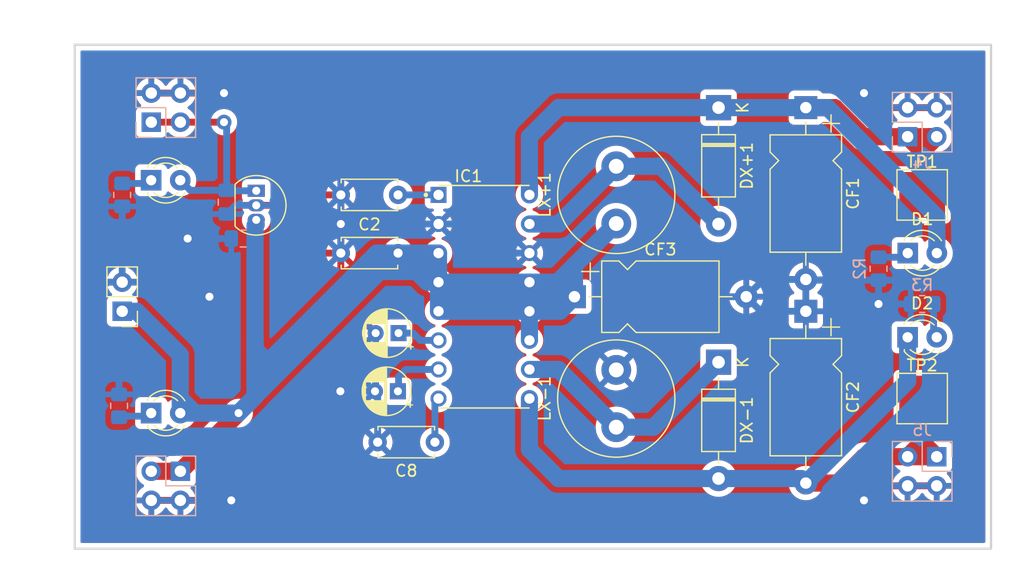
<source format=kicad_pcb>
(kicad_pcb (version 20240108) (generator "pcbnew") (generator_version "8.0")
  (layers (0 "F.Cu" signal) (31 "B.Cu" signal) (34 "B.Paste" user) (35 "F.Paste" user) (36 "B.SilkS" user "B.Silkscreen") (37 "F.SilkS" user "F.Silkscreen") (38 "B.Mask" user) (39 "F.Mask" user) (44 "Edge.Cuts" user))
  (net 0 "")
  (net 1 "Net-(IC1-CC+)")
  (net 2 "GND")
  (net 3 "+5V")
  (net 4 "Net-(IC1-SS)")
  (net 5 "Net-(IC1-VREF)")
  (net 6 "+3V3")
  (net 7 "Net-(IC1-CC-)")
  (net 8 "+12V")
  (net 9 "-12V")
  (net 10 "Net-(D1-K)")
  (net 11 "Net-(D2-A)")
  (net 12 "Net-(D3-K)")
  (net 13 "Net-(D4-K)")
  (net 14 "LX+")
  (net 15 "LX-")
  (footprint "Capacitor_THT:C_Disc_D4.7mm_W2.5mm_P5.00mm" (layer "F.Cu") (at 128.23 52.07 180)
    (property "Reference" "C1" (hide yes))
    (property "Value" "10n" (hide yes))
    (pad "1" thru_hole circle (at 0 0 180) (size 1.6 1.6) (drill 0.8) (layers "*.Cu" "*.Mask") (net 1 "Net-(IC1-CC+)"))
    (pad "2" thru_hole circle (at 5 0 180) (size 1.6 1.6) (drill 0.8) (layers "*.Cu" "*.Mask") (net 2 "GND"))
  )
  (footprint "Capacitor_THT:C_Disc_D4.7mm_W2.5mm_P5.00mm" (layer "F.Cu") (at 123.23 57.15)
    (property "Reference" "C2" (at 2.5 -2.5 0) (layer "F.SilkS"))
    (property "Value" "10n")
    (pad "1" thru_hole circle (at 0 0) (size 1.6 1.6) (drill 0.8) (layers "*.Cu" "*.Mask") (net 2 "GND"))
    (pad "2" thru_hole circle (at 5 0) (size 1.6 1.6) (drill 0.8) (layers "*.Cu" "*.Mask") (net 3 "+5V"))
  )
  (footprint "LED_THT:LED_D3.0mm" (layer "F.Cu") (at 172.73 57.15)
    (property "Reference" "D1" (at 1.27 -2.96 0) (layer "F.SilkS"))
    (property "Value" "LED")
    (pad "1" thru_hole rect (at 0 0) (size 1.8 1.8) (drill 0.9) (layers "*.Cu" "*.Mask") (net 10 "Net-(D1-K)"))
    (pad "2" thru_hole circle (at 2.54 0) (size 1.8 1.8) (drill 0.9) (layers "*.Cu" "*.Mask") (net 8 "+12V"))
  )
  (footprint "Capacitor_THT:CP_Radial_D4.0mm_P2.00mm" (layer "F.Cu") (at 128.27 64.135 180)
    (property "Reference" "C4" (hide yes))
    (property "Value" "10u" (hide yes))
    (pad "1" thru_hole rect (at 0 0 180) (size 1.4 1.4) (drill 0.7) (layers "*.Cu" "*.Mask") (net 5 "Net-(IC1-VREF)"))
    (pad "2" thru_hole circle (at 2 0 180) (size 1.4 1.4) (drill 0.7) (layers "*.Cu" "*.Mask") (net 2 "GND"))
  )
  (footprint "Connector_PinHeader_2.54mm:PinHeader_1x02_P2.54mm_Vertical" (layer "F.Cu") (at 104.14 62.23 180)
    (property "Reference" "J1" (hide yes))
    (property "Value" "Conn_01x02_Pin" (hide yes))
    (pad "1" thru_hole rect (at 0 0 180) (size 1.7 1.7) (drill 1) (layers "*.Cu" "*.Mask") (net 3 "+5V"))
    (pad "2" thru_hole oval (at 0 2.54 180) (size 1.7 1.7) (drill 1) (layers "*.Cu" "*.Mask") (net 2 "GND"))
  )
  (footprint "Capacitor_THT:C_Disc_D4.7mm_W2.5mm_P5.00mm" (layer "F.Cu") (at 131.445 73.66 180)
    (property "Reference" "C8" (at 2.5 -2.5 180) (layer "F.SilkS"))
    (property "Value" "10n" (hide yes))
    (pad "1" thru_hole circle (at 0 0 180) (size 1.6 1.6) (drill 0.8) (layers "*.Cu" "*.Mask") (net 7 "Net-(IC1-CC-)"))
    (pad "2" thru_hole circle (at 5 0 180) (size 1.6 1.6) (drill 0.8) (layers "*.Cu" "*.Mask") (net 2 "GND"))
  )
  (footprint "Diode_THT:D_DO-41_SOD81_P10.16mm_Horizontal" (layer "F.Cu") (at 156.21 66.675 -90)
    (property "Reference" "DX-1" (at 5.08 -2.47 90) (layer "F.SilkS"))
    (property "Value" "1N5817")
    (fp_text user "K" (at 0 -2.1 90) (layer "F.SilkS"))
    (pad "1" thru_hole rect (at 0 0 270) (size 2.2 2.2) (drill 1.1) (layers "*.Cu" "*.Mask") (net 15 "LX-"))
    (pad "2" thru_hole oval (at 10.16 0 270) (size 2.2 2.2) (drill 1.1) (layers "*.Cu" "*.Mask") (net 9 "-12V"))
  )
  (footprint "LED_THT:LED_D3.0mm" (layer "F.Cu") (at 106.67 71.12)
    (property "Reference" "D4" (hide yes))
    (property "Value" "LED" (hide yes))
    (pad "1" thru_hole rect (at 0 0) (size 1.8 1.8) (drill 0.9) (layers "*.Cu" "*.Mask") (net 13 "Net-(D4-K)"))
    (pad "2" thru_hole circle (at 2.54 0) (size 1.8 1.8) (drill 0.9) (layers "*.Cu" "*.Mask") (net 3 "+5V"))
  )
  (footprint "Inductor_THT:L_Radial_D10.0mm_P5.00mm_Fastron_07P" (layer "F.Cu") (at 147.28 72.35 90)
    (property "Reference" "LX-1" (at 2.5 -6.25 -90) (layer "F.SilkS"))
    (property "Value" "100uH")
    (pad "1" thru_hole circle (at 0 0 90) (size 2.6 2.6) (drill 1.3) (layers "*.Cu" "*.Mask") (net 15 "LX-"))
    (pad "2" thru_hole circle (at 5 0 90) (size 2.6 2.6) (drill 1.3) (layers "*.Cu" "*.Mask") (net 2 "GND"))
  )
  (footprint "MAX743CPE:DIP794W47P254L1943H457Q16" (layer "F.Cu") (at 135.73 60.96)
    (property "Reference" "IC1" (at -1.365 -10.527 0) (layer "F.SilkS"))
    (property "Value" "MAX743CPE")
    (pad "1" thru_hole rect (at -3.97 -8.89) (size 1.4 1.4) (drill 0.9) (layers "*.Cu" "*.Mask") (net 1 "Net-(IC1-CC+)"))
    (pad "2" thru_hole circle (at -3.97 -6.35) (size 1.4 1.4) (drill 0.9) (layers "*.Cu" "*.Mask") (net 2 "GND"))
    (pad "3" thru_hole circle (at -3.97 -3.81) (size 1.4 1.4) (drill 0.9) (layers "*.Cu" "*.Mask") (net 3 "+5V"))
    (pad "4" thru_hole circle (at -3.97 -1.27) (size 1.4 1.4) (drill 0.9) (layers "*.Cu" "*.Mask") (net 3 "+5V"))
    (pad "5" thru_hole circle (at -3.97 1.27) (size 1.4 1.4) (drill 0.9) (layers "*.Cu" "*.Mask") (net 3 "+5V"))
    (pad "6" thru_hole circle (at -3.97 3.81) (size 1.4 1.4) (drill 0.9) (layers "*.Cu" "*.Mask") (net 5 "Net-(IC1-VREF)"))
    (pad "7" thru_hole circle (at -3.97 6.35) (size 1.4 1.4) (drill 0.9) (layers "*.Cu" "*.Mask") (net 4 "Net-(IC1-SS)"))
    (pad "8" thru_hole circle (at -3.97 8.89) (size 1.4 1.4) (drill 0.9) (layers "*.Cu" "*.Mask") (net 7 "Net-(IC1-CC-)"))
    (pad "9" thru_hole circle (at 3.97 8.89) (size 1.4 1.4) (drill 0.9) (layers "*.Cu" "*.Mask") (net 9 "-12V"))
    (pad "10" thru_hole circle (at 3.97 6.35) (size 1.4 1.4) (drill 0.9) (layers "*.Cu" "*.Mask") (net 15 "LX-"))
    (pad "11" thru_hole circle (at 3.97 3.81) (size 1.4 1.4) (drill 0.9) (layers "*.Cu" "*.Mask") (net 3 "+5V"))
    (pad "12" thru_hole circle (at 3.97 1.27) (size 1.4 1.4) (drill 0.9) (layers "*.Cu" "*.Mask") (net 3 "+5V"))
    (pad "13" thru_hole circle (at 3.97 -1.27) (size 1.4 1.4) (drill 0.9) (layers "*.Cu" "*.Mask") (net 3 "+5V"))
    (pad "14" thru_hole circle (at 3.97 -3.81) (size 1.4 1.4) (drill 0.9) (layers "*.Cu" "*.Mask") (net 2 "GND"))
    (pad "15" thru_hole circle (at 3.97 -6.35) (size 1.4 1.4) (drill 0.9) (layers "*.Cu" "*.Mask") (net 14 "LX+"))
    (pad "16" thru_hole circle (at 3.97 -8.89) (size 1.4 1.4) (drill 0.9) (layers "*.Cu" "*.Mask") (net 8 "+12V"))
  )
  (footprint "LED_THT:LED_D3.0mm" (layer "F.Cu") (at 172.72 64.5)
    (property "Reference" "D2" (at 1.27 -2.96 0) (layer "F.SilkS"))
    (property "Value" "LED")
    (pad "1" thru_hole rect (at 0 0) (size 1.8 1.8) (drill 0.9) (layers "*.Cu" "*.Mask") (net 9 "-12V"))
    (pad "2" thru_hole circle (at 2.54 0) (size 1.8 1.8) (drill 0.9) (layers "*.Cu" "*.Mask") (net 11 "Net-(D2-A)"))
  )
  (footprint "Capacitor_THT:CP_Radial_D4.0mm_P2.00mm" (layer "F.Cu") (at 128.215199 69.214999 180)
    (property "Reference" "C3" (hide yes))
    (property "Value" "1u" (hide yes))
    (pad "1" thru_hole rect (at 0 0 180) (size 1.4 1.4) (drill 0.7) (layers "*.Cu" "*.Mask") (net 4 "Net-(IC1-SS)"))
    (pad "2" thru_hole circle (at 2 0 180) (size 1.4 1.4) (drill 0.7) (layers "*.Cu" "*.Mask") (net 2 "GND"))
  )
  (footprint "LED_THT:LED_D3.0mm" (layer "F.Cu") (at 106.67 50.79)
    (property "Reference" "D3" (hide yes))
    (property "Value" "LED" (hide yes))
    (pad "1" thru_hole rect (at 0 0) (size 1.8 1.8) (drill 0.9) (layers "*.Cu" "*.Mask") (net 12 "Net-(D3-K)"))
    (pad "2" thru_hole circle (at 2.54 0) (size 1.8 1.8) (drill 0.9) (layers "*.Cu" "*.Mask") (net 6 "+3V3"))
  )
  (footprint "TestPoint:TestPoint_Pad_4.0x4.0mm" (layer "F.Cu") (at 173.99 69.85)
    (property "Reference" "TP2" (at 0 -2.898 0) (layer "F.SilkS"))
    (property "Value" "TestPoint")
    (pad "1" smd rect (at 0 0) (size 4 4) (layers "F.Cu" "F.Mask") (net 9 "-12V"))
  )
  (footprint "Package_TO_SOT_THT:TO-92_Inline" (layer "F.Cu") (at 115.845 51.71 -90)
    (property "Reference" "U2" (hide yes))
    (property "Value" "LE33CZ_TO92" (hide yes))
    (pad "1" thru_hole rect (at 0 0 270) (size 1.05 1.5) (drill 0.7) (layers "*.Cu" "*.Mask") (net 6 "+3V3"))
    (pad "2" thru_hole oval (at 1.27 0 270) (size 1.05 1.5) (drill 0.7) (layers "*.Cu" "*.Mask") (net 2 "GND"))
    (pad "3" thru_hole oval (at 2.54 0 270) (size 1.05 1.5) (drill 0.7) (layers "*.Cu" "*.Mask") (net 3 "+5V"))
  )
  (footprint "Capacitor_THT:CP_Axial_L10.0mm_D6.0mm_P15.00mm_Horizontal" (layer "F.Cu") (at 163.83 62.23 -90)
    (property "Reference" "CF2" (at 7.5 -4.12 90) (layer "F.SilkS"))
    (property "Value" "100u")
    (pad "1" thru_hole rect (at 0 0 270) (size 2 2) (drill 1) (layers "*.Cu" "*.Mask") (net 2 "GND"))
    (pad "2" thru_hole oval (at 15 0 270) (size 2 2) (drill 1) (layers "*.Cu" "*.Mask") (net 9 "-12V"))
  )
  (footprint "TestPoint:TestPoint_Pad_4.0x4.0mm" (layer "F.Cu") (at 173.99 52.07)
    (property "Reference" "TP1" (at 0 -2.898 0) (layer "F.SilkS"))
    (property "Value" "TestPoint")
    (pad "1" smd rect (at 0 0) (size 4 4) (layers "F.Cu" "F.Mask") (net 8 "+12V"))
  )
  (footprint "Inductor_THT:L_Radial_D10.0mm_P5.00mm_Fastron_07P" (layer "F.Cu") (at 147.28 54.57 90)
    (property "Reference" "LX+1" (at 2.5 -6.25 -90) (layer "F.SilkS"))
    (property "Value" "100uH")
    (pad "1" thru_hole circle (at 0 0 90) (size 2.6 2.6) (drill 1.3) (layers "*.Cu" "*.Mask") (net 3 "+5V"))
    (pad "2" thru_hole circle (at 5 0 90) (size 2.6 2.6) (drill 1.3) (layers "*.Cu" "*.Mask") (net 14 "LX+"))
  )
  (footprint "Diode_THT:D_DO-41_SOD81_P10.16mm_Horizontal" (layer "F.Cu") (at 156.21 44.45 -90)
    (property "Reference" "DX+1" (at 5.08 -2.47 90) (layer "F.SilkS"))
    (property "Value" "1N5817")
    (fp_text user "K" (at 0 -2.1 90) (layer "F.SilkS"))
    (pad "1" thru_hole rect (at 0 0 270) (size 2.2 2.2) (drill 1.1) (layers "*.Cu" "*.Mask") (net 8 "+12V"))
    (pad "2" thru_hole oval (at 10.16 0 270) (size 2.2 2.2) (drill 1.1) (layers "*.Cu" "*.Mask") (net 14 "LX+"))
  )
  (footprint "Capacitor_THT:CP_Axial_L10.0mm_D6.0mm_P15.00mm_Horizontal" (layer "F.Cu") (at 163.83 44.45 -90)
    (property "Reference" "CF1" (at 7.5 -4.12 90) (layer "F.SilkS"))
    (property "Value" "100u")
    (pad "1" thru_hole rect (at 0 0 270) (size 2 2) (drill 1) (layers "*.Cu" "*.Mask") (net 8 "+12V"))
    (pad "2" thru_hole oval (at 15 0 270) (size 2 2) (drill 1) (layers "*.Cu" "*.Mask") (net 2 "GND"))
  )
  (footprint "Capacitor_THT:CP_Axial_L10.0mm_D6.0mm_P15.00mm_Horizontal" (layer "F.Cu") (at 143.63 60.96)
    (property "Reference" "CF3" (at 7.5 -4.12 0) (layer "F.SilkS"))
    (property "Value" "100u")
    (pad "1" thru_hole rect (at 0 0) (size 2 2) (drill 1) (layers "*.Cu" "*.Mask") (net 3 "+5V"))
    (pad "2" thru_hole oval (at 15 0) (size 2 2) (drill 1) (layers "*.Cu" "*.Mask") (net 2 "GND"))
  )
  (footprint "Capacitor_SMD:C_0805_2012Metric_Pad1.18x1.45mm_HandSolder" (layer "B.Cu") (at 114.7025 55.88 180)
    (property "Reference" "C6" (hide yes))
    (property "Value" "100n" (hide yes))
    (pad "1" smd roundrect (at -1.0375 0 180) (size 1.175 1.45) (layers "B.Cu" "B.Paste" "B.Mask") (roundrect_rratio 0.2127659574) (net 3 "+5V"))
    (pad "2" smd roundrect (at 1.0375 0 180) (size 1.175 1.45) (layers "B.Cu" "B.Paste" "B.Mask") (roundrect_rratio 0.2127659574) (net 2 "GND"))
  )
  (footprint "Resistor_SMD:R_0805_2012Metric_Pad1.20x1.40mm_HandSolder" (layer "B.Cu") (at 104.14 52.07 -90)
    (property "Reference" "R4" (hide yes))
    (property "Value" "150R" (hide yes))
    (pad "1" smd roundrect (at -1 0 270) (size 1.2 1.4) (layers "B.Cu" "B.Paste" "B.Mask") (roundrect_rratio 0.2083333333) (net 12 "Net-(D3-K)"))
    (pad "2" smd roundrect (at 1 0 270) (size 1.2 1.4) (layers "B.Cu" "B.Paste" "B.Mask") (roundrect_rratio 0.2083333333) (net 2 "GND"))
  )
  (footprint "Resistor_SMD:R_0805_2012Metric_Pad1.20x1.40mm_HandSolder" (layer "B.Cu") (at 170.18 58.515 -90)
    (property "Reference" "R2" (at 0 1.65 90) (layer "B.SilkS") (effects (justify mirror)))
    (property "Value" "1k")
    (pad "1" smd roundrect (at -1 0 270) (size 1.2 1.4) (layers "B.Cu" "B.Paste" "B.Mask") (roundrect_rratio 0.2083333333) (net 10 "Net-(D1-K)"))
    (pad "2" smd roundrect (at 1 0 270) (size 1.2 1.4) (layers "B.Cu" "B.Paste" "B.Mask") (roundrect_rratio 0.2083333333) (net 2 "GND"))
  )
  (footprint "Connector_PinHeader_2.54mm:PinHeader_2x02_P2.54mm_Vertical" (layer "B.Cu") (at 106.68 45.72)
    (property "Reference" "J2" (hide yes))
    (property "Value" "3V3Connector")
    (pad "1" thru_hole rect (at 0 0) (size 1.7 1.7) (drill 1) (layers "*.Cu" "*.Mask") (net 6 "+3V3"))
    (pad "2" thru_hole oval (at 2.54 0) (size 1.7 1.7) (drill 1) (layers "*.Cu" "*.Mask") (net 6 "+3V3"))
    (pad "3" thru_hole oval (at 0 -2.54) (size 1.7 1.7) (drill 1) (layers "*.Cu" "*.Mask") (net 2 "GND"))
    (pad "4" thru_hole oval (at 2.54 -2.54) (size 1.7 1.7) (drill 1) (layers "*.Cu" "*.Mask") (net 2 "GND"))
  )
  (footprint "Connector_PinHeader_2.54mm:PinHeader_2x02_P2.54mm_Vertical" (layer "B.Cu") (at 172.72 46.99)
    (property "Reference" "J4" (at 1.27 2.33 0) (layer "B.SilkS") (effects (justify mirror)))
    (property "Value" "+12VConnector")
    (pad "1" thru_hole rect (at 0 0) (size 1.7 1.7) (drill 1) (layers "*.Cu" "*.Mask") (net 8 "+12V"))
    (pad "2" thru_hole oval (at 2.54 0) (size 1.7 1.7) (drill 1) (layers "*.Cu" "*.Mask") (net 8 "+12V"))
    (pad "3" thru_hole oval (at 0 -2.54) (size 1.7 1.7) (drill 1) (layers "*.Cu" "*.Mask") (net 2 "GND"))
    (pad "4" thru_hole oval (at 2.54 -2.54) (size 1.7 1.7) (drill 1) (layers "*.Cu" "*.Mask") (net 2 "GND"))
  )
  (footprint "Capacitor_SMD:C_0805_2012Metric_Pad1.18x1.45mm_HandSolder" (layer "B.Cu") (at 113.2625 52.705 -90)
    (property "Reference" "C7" (hide yes))
    (property "Value" "2u2")
    (pad "1" smd roundrect (at -1.0375 0 270) (size 1.175 1.45) (layers "B.Cu" "B.Paste" "B.Mask") (roundrect_rratio 0.2127659574) (net 6 "+3V3"))
    (pad "2" smd roundrect (at 1.0375 0 270) (size 1.175 1.45) (layers "B.Cu" "B.Paste" "B.Mask") (roundrect_rratio 0.2127659574) (net 2 "GND"))
  )
  (footprint "Resistor_SMD:R_0805_2012Metric_Pad1.20x1.40mm_HandSolder" (layer "B.Cu") (at 103.87 70.485 90)
    (property "Reference" "R1" (hide yes))
    (property "Value" "330R" (hide yes))
    (pad "1" smd roundrect (at -1 0 90) (size 1.2 1.4) (layers "B.Cu" "B.Paste" "B.Mask") (roundrect_rratio 0.2083333333) (net 13 "Net-(D4-K)"))
    (pad "2" smd roundrect (at 1 0 90) (size 1.2 1.4) (layers "B.Cu" "B.Paste" "B.Mask") (roundrect_rratio 0.2083333333) (net 2 "GND"))
  )
  (footprint "Resistor_SMD:R_0805_2012Metric_Pad1.20x1.40mm_HandSolder" (layer "B.Cu") (at 173.99 61.595 180)
    (property "Reference" "R3" (at 0 1.65 180) (layer "B.SilkS") (effects (justify mirror)))
    (property "Value" "1k")
    (pad "1" smd roundrect (at -1 0 180) (size 1.2 1.4) (layers "B.Cu" "B.Paste" "B.Mask") (roundrect_rratio 0.2083333333) (net 11 "Net-(D2-A)"))
    (pad "2" smd roundrect (at 1 0 180) (size 1.2 1.4) (layers "B.Cu" "B.Paste" "B.Mask") (roundrect_rratio 0.2083333333) (net 2 "GND"))
  )
  (footprint "Connector_PinHeader_2.54mm:PinHeader_2x02_P2.54mm_Vertical" (layer "B.Cu") (at 175.26 74.93 180)
    (property "Reference" "J5" (at 1.27 2.33 180) (layer "B.SilkS") (effects (justify mirror)))
    (property "Value" "-12VConnector")
    (pad "1" thru_hole rect (at 0 0 180) (size 1.7 1.7) (drill 1) (layers "*.Cu" "*.Mask") (net 9 "-12V"))
    (pad "2" thru_hole oval (at 2.54 0 180) (size 1.7 1.7) (drill 1) (layers "*.Cu" "*.Mask") (net 9 "-12V"))
    (pad "3" thru_hole oval (at 0 -2.54 180) (size 1.7 1.7) (drill 1) (layers "*.Cu" "*.Mask") (net 2 "GND"))
    (pad "4" thru_hole oval (at 2.54 -2.54 180) (size 1.7 1.7) (drill 1) (layers "*.Cu" "*.Mask") (net 2 "GND"))
  )
  (footprint "Connector_PinHeader_2.54mm:PinHeader_2x02_P2.54mm_Vertical" (layer "B.Cu") (at 109.22 76.2 180)
    (property "Reference" "J3" (hide yes))
    (property "Value" "5VConnector")
    (pad "1" thru_hole rect (at 0 0 180) (size 1.7 1.7) (drill 1) (layers "*.Cu" "*.Mask") (net 3 "+5V"))
    (pad "2" thru_hole oval (at 2.54 0 180) (size 1.7 1.7) (drill 1) (layers "*.Cu" "*.Mask") (net 3 "+5V"))
    (pad "3" thru_hole oval (at 0 -2.54 180) (size 1.7 1.7) (drill 1) (layers "*.Cu" "*.Mask") (net 2 "GND"))
    (pad "4" thru_hole oval (at 2.54 -2.54 180) (size 1.7 1.7) (drill 1) (layers "*.Cu" "*.Mask") (net 2 "GND"))
  )
  (gr_rect (start 100 38.96) (end 180 82.96) (stroke (width 0.2)) (fill none) (layer "Edge.Cuts"))
  (segment (start 128.23 52.07) (end 131.76 52.07) (width 0.6) (layer "B.Cu") (net 1))
  (segment (start 172.72 44.45) (end 170.18 44.45) (width 0.6) (layer "F.Cu") (net 2))
  (segment (start 106.68 78.74) (end 109.22 78.74) (width 0.6) (layer "F.Cu") (net 2))
  (segment (start 115.845 52.98) (end 120.375 52.98) (width 0.6) (layer "F.Cu") (net 2))
  (segment (start 123.23 57.15) (end 115.57 57.15) (width 0.6) (layer "F.Cu") (net 2))
  (segment (start 170.18 44.45) (end 168.91 43.18) (width 0.6) (layer "F.Cu") (net 2))
  (segment (start 109.22 43.18) (end 113.03 43.18) (width 0.6) (layer "F.Cu") (net 2))
  (segment (start 109.22 78.74) (end 113.665 78.74) (width 0.6) (layer "F.Cu") (net 2))
  (segment (start 123.23 61.095) (end 126.27 64.135) (width 0.6) (layer "F.Cu") (net 2))
  (segment (start 123.23 57.15) (end 123.23 61.095) (width 0.6) (layer "F.Cu") (net 2))
  (segment (start 121.285 52.07) (end 123.23 52.07) (width 0.6) (layer "F.Cu") (net 2))
  (segment (start 120.375 52.98) (end 121.285 52.07) (width 0.6) (layer "F.Cu") (net 2))
  (segment (start 170.18 77.47) (end 168.91 78.74) (width 0.6) (layer "F.Cu") (net 2))
  (segment (start 172.72 77.47) (end 170.18 77.47) (width 0.6) (layer "F.Cu") (net 2))
  (segment (start 123.23 54.61) (end 123.23 52.07) (width 0.6) (layer "F.Cu") (net 2))
  (segment (start 126.27 69.160198) (end 126.215199 69.214999) (width 0.6) (layer "F.Cu") (net 2))
  (segment (start 115.57 57.15) (end 111.76 60.96) (width 0.6) (layer "F.Cu") (net 2))
  (segment (start 175.26 44.45) (end 172.72 44.45) (width 0.6) (layer "F.Cu") (net 2))
  (segment (start 123.23 57.15) (end 123.23 54.61) (width 0.6) (layer "F.Cu") (net 2))
  (segment (start 175.26 77.47) (end 172.72 77.47) (width 0.6) (layer "F.Cu") (net 2))
  (segment (start 106.68 43.18) (end 109.22 43.18) (width 0.6) (layer "F.Cu") (net 2))
  (via (at 168.91 78.74) (size 1.3) (drill 0.7) (layers "F.Cu" "B.Cu") (net 2))
  (via (at 123.23 54.61) (size 1.3) (drill 0.7) (layers "F.Cu" "B.Cu") (net 2))
  (via (at 109.855 55.88) (size 1.3) (drill 0.7) (layers "F.Cu" "B.Cu") (net 2))
  (via (at 123.19 69.215) (size 1.3) (drill 0.7) (layers "F.Cu" "B.Cu") (net 2))
  (via (at 170.18 61.595) (size 1.3) (drill 0.7) (layers "F.Cu" "B.Cu") (net 2))
  (via (at 113.03 43.18) (size 1.3) (drill 0.7) (layers "F.Cu" "B.Cu") (net 2))
  (via (at 168.91 43.18) (size 1.3) (drill 0.7) (layers "F.Cu" "B.Cu") (net 2))
  (via (at 113.665 78.74) (size 1.3) (drill 0.7) (layers "F.Cu" "B.Cu") (net 2))
  (via (at 111.76 60.96) (size 1.3) (drill 0.7) (layers "F.Cu" "B.Cu") (net 2))
  (segment (start 167.64 80.01) (end 114.935 80.01) (width 0.6) (layer "B.Cu") (net 2))
  (segment (start 178.435 60.96) (end 178.435 79.375) (width 0.6) (layer "B.Cu") (net 2))
  (segment (start 170.18 59.515) (end 176.99 59.515) (width 0.6) (layer "B.Cu") (net 2))
  (segment (start 109.855 55.88) (end 113.665 55.88) (width 0.6) (layer "B.Cu") (net 2))
  (segment (start 101.6 60.96) (end 101.6 65.405) (width 0.6) (layer "B.Cu") (net 2))
  (segment (start 137.16 57.15) (end 134.62 54.61) (width 0.6) (layer "B.Cu") (net 2))
  (segment (start 113.2625 53.7425) (end 114.025 52.98) (width 0.6) (layer "B.Cu") (net 2))
  (segment (start 121.285 41.91) (end 120.015 43.18) (width 0.6) (layer "B.Cu") (net 2))
  (segment (start 178.435 79.375) (end 177.165 80.645) (width 0.6) (layer "B.Cu") (net 2))
  (segment (start 126.445 73.66) (end 126.445 69.4448) (width 0.6) (layer "B.Cu") (net 2))
  (segment (start 159.9 62.23) (end 158.63 60.96) (width 0.6) (layer "B.Cu") (net 2))
  (segment (start 147.28 67.35) (end 153.67 60.96) (width 0.6) (layer "B.Cu") (net 2))
  (segment (start 158.63 60.96) (end 160.14 59.45) (width 0.6) (layer "B.Cu") (net 2))
  (segment (start 168.91 43.18) (end 167.64 41.91) (width 0.6) (layer "B.Cu") (net 2))
  (segment (start 163.895 59.515) (end 163.83 59.45) (width 0.6) (layer "B.Cu") (net 2))
  (segment (start 172.99 61.595) (end 170.18 61.595) (width 0.6) (layer "B.Cu") (net 2))
  (segment (start 114.025 52.98) (end 115.845 52.98) (width 0.6) (layer "B.Cu") (net 2))
  (segment (start 123.23 46.395) (end 123.23 52.07) (width 0.6) (layer "B.Cu") (net 2))
  (segment (start 121.92 70.485) (end 123.19 69.215) (width 0.6) (layer "B.Cu") (net 2))
  (segment (start 176.99 59.515) (end 178.435 60.96) (width 0.6) (layer "B.Cu") (net 2))
  (segment (start 120.015 43.18) (end 123.23 46.395) (width 0.6) (layer "B.Cu") (net 2))
  (segment (start 106.68 59.69) (end 106.68 59.055) (width 0.6) (layer "B.Cu") (net 2))
  (segment (start 118.11 74.295) (end 120.3325 72.0725) (width 0.6) (layer "B.Cu") (net 2))
  (segment (start 177.165 80.645) (end 170.815 80.645) (width 0.6) (layer "B.Cu") (net 2))
  (segment (start 167.64 41.91) (end 121.285 41.91) (width 0.6) (layer "B.Cu") (net 2))
  (segment (start 139.7 57.15) (end 137.16 57.15) (width 0.6) (layer "B.Cu") (net 2))
  (segment (start 163.83 62.23) (end 159.9 62.23) (width 0.6) (layer "B.Cu") (net 2))
  (segment (start 123.23 52.07) (end 123.23 57.15) (width 0.6) (layer "B.Cu") (net 2))
  (segment (start 113.03 43.18) (end 120.015 43.18) (width 0.6) (layer "B.Cu") (net 2))
  (segment (start 170.18 61.595) (end 170.18 59.515) (width 0.6) (layer "B.Cu") (net 2))
  (segment (start 168.91 78.74) (end 167.64 80.01) (width 0.6) (layer "B.Cu") (net 2))
  (segment (start 163.83 59.45) (end 163.83 62.23) (width 0.6) (layer "B.Cu") (net 2))
  (segment (start 101.6 65.405) (end 103.87 67.675) (width 0.6) (layer "B.Cu") (net 2))
  (segment (start 134.62 54.61) (end 131.76 54.61) (width 0.6) (layer "B.Cu") (net 2))
  (segment (start 123.23 54.61) (end 131.76 54.61) (width 0.6) (layer "B.Cu") (net 2))
  (segment (start 103.87 67.675) (end 103.87 69.485) (width 0.6) (layer "B.Cu") (net 2))
  (segment (start 104.14 56.515) (end 104.14 53.07) (width 0.6) (layer "B.Cu") (net 2))
  (segment (start 160.14 59.45) (end 163.83 59.45) (width 0.6) (layer "B.Cu") (net 2))
  (segment (start 126.27 64.135) (end 126.27 69.160198) (width 0.6) (layer "B.Cu") (net 2))
  (segment (start 126.215199 69.214999) (end 123.19 69.215) (width 0.6) (layer "B.Cu") (net 2))
  (segment (start 120.3325 72.0725) (end 121.92 70.485) (width 0.6) (layer "B.Cu") (net 2))
  (segment (start 106.68 60.96) (end 111.76 60.96) (width 0.6) (layer "B.Cu") (net 2))
  (segment (start 104.14 59.69) (end 104.14 56.515) (width 0.6) (layer "B.Cu") (net 2))
  (segment (start 153.67 60.96) (end 158.63 60.96) (width 0.6) (layer "B.Cu") (net 2))
  (segment (start 113.665 78.74) (end 118.11 74.295) (width 0.6) (layer "B.Cu") (net 2))
  (segment (start 114.935 80.01) (end 113.665 78.74) (width 0.6) (layer "B.Cu") (net 2))
  (segment (start 104.14 59.69) (end 106.68 59.69) (width 0.6) (layer "B.Cu") (net 2))
  (segment (start 170.18 59.515) (end 163.895 59.515) (width 0.6) (layer "B.Cu") (net 2))
  (segment (start 126.27 69.160198) (end 126.215199 69.214999) (width 0.6) (layer "B.Cu") (net 2))
  (segment (start 126.445 69.4448) (end 126.215199 69.214999) (width 0.6) (layer "B.Cu") (net 2))
  (segment (start 170.815 80.645) (end 168.91 78.74) (width 0.6) (layer "B.Cu") (net 2))
  (segment (start 106.68 60.96) (end 106.68 59.69) (width 0.6) (layer "B.Cu") (net 2))
  (segment (start 102.87 59.69) (end 101.6 60.96) (width 0.6) (layer "B.Cu") (net 2))
  (segment (start 104.14 59.69) (end 102.87 59.69) (width 0.6) (layer "B.Cu") (net 2))
  (segment (start 106.68 59.055) (end 109.855 55.88) (width 0.6) (layer "B.Cu") (net 2))
  (segment (start 106.68 76.2) (end 109.22 76.2) (width 1.5) (layer "F.Cu") (net 3))
  (segment (start 109.22 76.2) (end 114.3 71.12) (width 1.5) (layer "F.Cu") (net 3))
  (via (at 114.3 71.12) (size 1.3) (drill 0.7) (layers "F.Cu" "B.Cu") (net 3))
  (segment (start 139.7 62.23) (end 139.7 60.96) (width 1.5) (layer "B.Cu") (net 3))
  (segment (start 131.76 59.69) (end 130.4925 58.4225) (width 1.5) (layer "B.Cu") (net 3))
  (segment (start 131.76 59.69) (end 130.77 59.69) (width 1.5) (layer "B.Cu") (net 3))
  (segment (start 109.21 66.03) (end 105.41 62.23) (width 1.5) (layer "B.Cu") (net 3))
  (segment (start 131.76 62.23) (end 139.7 62.23) (width 1.5) (layer "B.Cu") (net 3))
  (segment (start 139.7 62.23) (end 142.36 62.23) (width 1.5) (layer "B.Cu") (net 3))
  (segment (start 131.76 60.96) (end 139.7 60.96) (width 1.5) (layer "B.Cu") (net 3))
  (segment (start 115.74 55.88) (end 115.74 54.76) (width 1.5) (layer "B.Cu") (net 3))
  (segment (start 114.3 71.12) (end 110.49 71.12) (width 1.5) (layer "B.Cu") (net 3))
  (segment (start 110.49 71.12) (end 109.21 71.12) (width 1.5) (layer "B.Cu") (net 3))
  (segment (start 105.41 62.23) (end 104.14 62.23) (width 1.5) (layer "B.Cu") (net 3))
  (segment (start 129.8375 58.7575) (end 128.23 57.15) (width 1.5) (layer "B.Cu") (net 3))
  (segment (start 131.445 57.15) (end 130.4925 58.1025) (width 1.5) (layer "B.Cu") (net 3))
  (segment (start 115.74 69.64) (end 117.1375 68.2425) (width 1.5) (layer "B.Cu") (net 3))
  (segment (start 143.63 58.22) (end 147.28 54.57) (width 1.5) (layer "B.Cu") (net 3))
  (segment (start 116.84 66.675) (end 118.705 66.675) (width 1.5) (layer "B.Cu") (net 3))
  (segment (start 115.74 69.68) (end 114.3 71.12) (width 1.5) (layer "B.Cu") (net 3))
  (segment (start 109.21 69.85) (end 109.22 69.85) (width 1.5) (layer "B.Cu") (net 3))
  (segment (start 126.7025 58.7575) (end 129.8375 58.7575) (width 1.5) (layer "B.Cu") (net 3))
  (segment (start 131.76 59.69) (end 131.76 60.96) (width 1.5) (layer "B.Cu") (net 3))
  (segment (start 109.22 69.85) (end 110.49 71.12) (width 1.5) (layer "B.Cu") (net 3))
  (segment (start 139.7 62.23) (end 139.7 64.77) (width 1.5) (layer "B.Cu") (net 3))
  (segment (start 139.7 59.69) (end 142.16 59.69) (width 1.5) (layer "B.Cu") (net 3))
  (segment (start 109.21 69.85) (end 109.21 66.03) (width 1.5) (layer "B.Cu") (net 3))
  (segment (start 116.205 67.31) (end 117.1375 68.2425) (width 1.5) (layer "B.Cu") (net 3))
  (segment (start 139.7 60.96) (end 143.63 60.96) (width 1.5) (layer "B.Cu") (net 3))
  (segment (start 115.74 55.88) (end 115.74 64.77) (width 1.5) (layer "B.Cu") (net 3))
  (segment (start 131.445 57.15) (end 131.76 57.15) (width 1.5) (layer "B.Cu") (net 3))
  (segment (start 117.1375 68.2425) (end 118.725 66.655) (width 1.5) (layer "B.Cu") (net 3))
  (segment (start 118.725 66.655) (end 126.6625 58.7175) (width 1.5) (layer "B.Cu") (net 3))
  (segment (start 126.365 57.15) (end 128.23 57.15) (width 1.5) (layer "B.Cu") (net 3))
  (segment (start 115.74 64.77) (end 115.74 66.675) (width 1.5) (layer "B.Cu") (net 3))
  (segment (start 130.4925 58.1025) (end 129.8375 58.7575) (width 1.5) (layer "B.Cu") (net 3))
  (segment (start 131.76 57.15) (end 131.76 59.69) (width 1.5) (layer "B.Cu") (net 3))
  (segment (start 130.4925 58.4225) (end 130.4925 58.1025) (width 1.5) (layer "B.Cu") (net 3))
  (segment (start 139.7 59.69) (end 131.76 59.69) (width 1.5) (layer "B.Cu") (net 3))
  (segment (start 116.205 66.675) (end 116.84 66.675) (width 1.5) (layer "B.Cu") (net 3))
  (segment (start 115.74 54.76) (end 115.845 54.655) (width 1.5) (layer "B.Cu") (net 3))
  (segment (start 115.74 65.575) (end 116.84 66.675) (width 1.5) (layer "B.Cu") (net 3))
  (segment (start 115.74 69.68) (end 115.74 69.64) (width 1.5) (layer "B.Cu") (net 3))
  (segment (start 109.21 71.12) (end 109.21 69.85) (width 1.5) (layer "B.Cu") (net 3))
  (segment (start 131.76 60.96) (end 131.76 62.23) (width 1.5) (layer "B.Cu") (net 3))
  (segment (start 126.6625 58.7175) (end 128.23 57.15) (width 1.5) (layer "B.Cu") (net 3))
  (segment (start 126.6625 58.7175) (end 126.7025 58.7575) (width 1.5) (layer "B.Cu") (net 3))
  (segment (start 116.84 66.675) (end 126.365 57.15) (width 1.5) (layer "B.Cu") (net 3))
  (segment (start 128.23 57.15) (end 131.445 57.15) (width 1.5) (layer "B.Cu") (net 3))
  (segment (start 118.705 66.675) (end 118.725 66.655) (width 1.5) (layer "B.Cu") (net 3))
  (segment (start 139.7 60.96) (end 139.7 59.69) (width 1.5) (layer "B.Cu") (net 3))
  (segment (start 142.16 59.69) (end 143.63 58.22) (width 1.5) (layer "B.Cu") (net 3))
  (segment (start 130.77 59.69) (end 129.8375 58.7575) (width 1.5) (layer "B.Cu") (net 3))
  (segment (start 142.36 62.23) (end 143.63 60.96) (width 1.5) (layer "B.Cu") (net 3))
  (segment (start 116.205 66.675) (end 116.205 67.31) (width 1.5) (layer "B.Cu") (net 3))
  (segment (start 143.63 60.96) (end 143.63 58.22) (width 1.5) (layer "B.Cu") (net 3))
  (segment (start 115.74 66.675) (end 116.205 66.675) (width 1.5) (layer "B.Cu") (net 3))
  (segment (start 115.74 64.77) (end 115.74 65.575) (width 1.5) (layer "B.Cu") (net 3))
  (segment (start 115.74 66.675) (end 115.74 69.68) (width 1.5) (layer "B.Cu") (net 3))
  (segment (start 128.905 67.31) (end 131.76 67.31) (width 0.6) (layer "B.Cu") (net 4))
  (segment (start 128.27 69.160198) (end 128.27 67.945) (width 0.6) (layer "B.Cu") (net 4))
  (segment (start 128.27 67.945) (end 128.905 67.31) (width 0.6) (layer "B.Cu") (net 4))
  (segment (start 130.175 64.77) (end 131.76 64.77) (width 0.6) (layer "B.Cu") (net 5))
  (segment (start 129.54 64.135) (end 130.175 64.77) (width 0.6) (layer "B.Cu") (net 5))
  (segment (start 128.27 64.135) (end 129.54 64.135) (width 0.6) (layer "B.Cu") (net 5))
  (segment (start 109.22 45.72) (end 113.03 45.72) (width 0.6) (layer "F.Cu") (net 6))
  (segment (start 106.68 45.72) (end 109.22 45.72) (width 0.6) (layer "F.Cu") (net 6))
  (via (at 113.03 45.72) (size 1.3) (drill 0.7) (layers "F.Cu" "B.Cu") (net 6))
  (segment (start 115.845 51.71) (end 113.305 51.71) (width 0.6) (layer "B.Cu") (net 6))
  (segment (start 113.2625 51.6675) (end 110.0875 51.6675) (width 0.6) (layer "B.Cu") (net 6))
  (segment (start 113.03 45.72) (end 113.2625 45.9525) (width 0.6) (layer "B.Cu") (net 6))
  (segment (start 113.2625 45.9525) (end 113.2625 51.6675) (width 0.6) (layer "B.Cu") (net 6))
  (segment (start 110.0875 51.6675) (end 109.21 50.79) (width 0.6) (layer "B.Cu") (net 6))
  (segment (start 113.305 51.71) (end 113.2625 51.6675) (width 0.6) (layer "B.Cu") (net 6))
  (segment (start 131.445 70.165) (end 131.76 69.85) (width 0.6) (layer "B.Cu") (net 7))
  (segment (start 131.445 73.66) (end 131.445 70.165) (width 0.6) (layer "B.Cu") (net 7))
  (segment (start 163.83 44.45) (end 166.37 44.45) (width 1.5) (layer "F.Cu") (net 8))
  (segment (start 173.99 47.625) (end 173.99 46.99) (width 1.5) (layer "F.Cu") (net 8))
  (segment (start 172.72 46.99) (end 173.99 48.26) (width 1.5) (layer "F.Cu") (net 8))
  (segment (start 174.625 46.99) (end 173.99 47.625) (width 1.5) (layer "F.Cu") (net 8))
  (segment (start 175.26 46.99) (end 173.99 46.99) (width 1.5) (layer "F.Cu") (net 8))
  (segment (start 173.99 46.99) (end 172.72 46.99) (width 1.5) (layer "F.Cu") (net 8))
  (segment (start 173.99 48.26) (end 173.99 47.625) (width 1.5) (layer "F.Cu") (net 8))
  (segment (start 173.99 52.07) (end 173.99 48.26) (width 1.5) (layer "F.Cu") (net 8))
  (segment (start 175.26 46.99) (end 173.99 48.26) (width 1.5) (layer "F.Cu") (net 8))
  (segment (start 175.26 46.99) (end 174.625 46.99) (width 1.5) (layer "F.Cu") (net 8))
  (segment (start 166.37 44.45) (end 168.91 46.99) (width 1.5) (layer "F.Cu") (net 8))
  (segment (start 168.91 46.99) (end 172.72 46.99) (width 1.5) (layer "F.Cu") (net 8))
  (segment (start 165.735 44.45) (end 175.26 53.975) (width 1.5) (layer "B.Cu") (net 8))
  (segment (start 156.21 44.45) (end 163.83 44.45) (width 1.5) (layer "B.Cu") (net 8))
  (segment (start 175.27 55.255) (end 175.27 57.15) (width 1.5) (layer "B.Cu") (net 8))
  (segment (start 156.21 44.45) (end 142.24 44.45) (width 1.5) (layer "B.Cu") (net 8))
  (segment (start 175.26 53.975) (end 175.26 55.245) (width 1.5) (layer "B.Cu") (net 8))
  (segment (start 139.7 46.99) (end 139.7 52.07) (width 1.5) (layer "B.Cu") (net 8))
  (segment (start 163.83 44.45) (end 165.735 44.45) (width 1.5) (layer "B.Cu") (net 8))
  (segment (start 175.26 55.245) (end 175.27 55.255) (width 1.5) (layer "B.Cu") (net 8))
  (segment (start 142.24 44.45) (end 139.7 46.99) (width 1.5) (layer "B.Cu") (net 8))
  (segment (start 173.99 69.85) (end 173.99 73.66) (width 1.5) (layer "F.Cu") (net 9))
  (segment (start 175.26 74.93) (end 173.99 73.66) (width 1.5) (layer "F.Cu") (net 9))
  (segment (start 175.26 74.93) (end 173.99 74.93) (width 1.5) (layer "F.Cu") (net 9))
  (segment (start 173.99 73.66) (end 173.99 74.93) (width 1.5) (layer "F.Cu") (net 9))
  (segment (start 163.83 77.23) (end 166.61 77.23) (width 1.5) (layer "F.Cu") (net 9))
  (segment (start 173.99 74.93) (end 172.72 74.93) (width 1.5) (layer "F.Cu") (net 9))
  (segment (start 168.91 74.93) (end 172.72 74.93) (width 1.5) (layer "F.Cu") (net 9))
  (segment (start 166.61 77.23) (end 168.91 74.93) (width 1.5) (layer "F.Cu") (net 9))
  (segment (start 172.72 74.93) (end 173.99 73.66) (width 1.5) (layer "F.Cu") (net 9))
  (segment (start 163.83 77.23) (end 172.72 68.34) (width 1.5) (layer "B.Cu") (net 9))
  (segment (start 156.21 76.835) (end 163.435 76.835) (width 1.5) (layer "B.Cu") (net 9))
  (segment (start 172.72 68.34) (end 172.72 64.5) (width 1.5) (layer "B.Cu") (net 9))
  (segment (start 163.435 76.835) (end 163.83 77.23) (width 1.5) (layer "B.Cu") (net 9))
  (segment (start 156.21 76.835) (end 142.24 76.835) (width 1.5) (layer "B.Cu") (net 9))
  (segment (start 139.7 74.295) (end 139.7 69.85) (width 1.5) (layer "B.Cu") (net 9))
  (segment (start 142.24 76.835) (end 139.7 74.295) (width 1.5) (layer "B.Cu") (net 9))
  (segment (start 172.365 57.515) (end 172.73 57.15) (width 0.6) (layer "B.Cu") (net 10))
  (segment (start 170.18 57.515) (end 172.365 57.515) (width 0.6) (layer "B.Cu") (net 10))
  (segment (start 174.99 61.595) (end 174.99 64.23) (width 0.6) (layer "B.Cu") (net 11))
  (segment (start 174.99 64.23) (end 175.26 64.5) (width 0.6) (layer "B.Cu") (net 11))
  (segment (start 106.39 51.07) (end 106.67 50.79) (width 0.6) (layer "B.Cu") (net 12))
  (segment (start 104.14 51.07) (end 106.39 51.07) (width 0.6) (layer "B.Cu") (net 12))
  (segment (start 106.4 71.39) (end 106.67 71.12) (width 0.6) (layer "B.Cu") (net 13))
  (segment (start 103.87 71.39) (end 106.4 71.39) (width 0.6) (layer "B.Cu") (net 13))
  (segment (start 151.13 49.53) (end 156.21 54.61) (width 1.5) (layer "B.Cu") (net 14))
  (segment (start 139.7 54.61) (end 142.24 54.61) (width 1.5) (layer "B.Cu") (net 14))
  (segment (start 142.24 54.61) (end 147.28 49.57) (width 1.5) (layer "B.Cu") (net 14))
  (segment (start 147.28 49.57) (end 151.09 49.57) (width 1.5) (layer "B.Cu") (net 14))
  (segment (start 151.09 49.57) (end 151.13 49.53) (width 0.6) (layer "B.Cu") (net 14))
  (segment (start 147.28 72.35) (end 150.455 72.35) (width 1.5) (layer "B.Cu") (net 15))
  (segment (start 147.24 72.39) (end 147.28 72.35) (width 0.6) (layer "B.Cu") (net 15))
  (segment (start 139.7 67.31) (end 142.24 67.31) (width 1.5) (layer "B.Cu") (net 15))
  (segment (start 142.24 67.31) (end 147.28 72.35) (width 1.5) (layer "B.Cu") (net 15))
  (segment (start 150.535 72.35) (end 156.21 66.675) (width 1.5) (layer "B.Cu") (net 15))
  (segment (start 150.455 72.35) (end 150.535 72.35) (width 1.5) (layer "B.Cu") (net 15))
  (zone (net 2) (net_name "GND") (layers "F&B.Cu") (connect_pads (clearance 0.5)) (min_thickness 0.25) (fill yes (thermal_gap 0.5) (thermal_bridge_width 0.5))
    (polygon (pts (xy 93.472 35.052) (xy 93.472 85.344) (xy 182.88 85.344) (xy 182.88 36.068)))
  )
)
</source>
